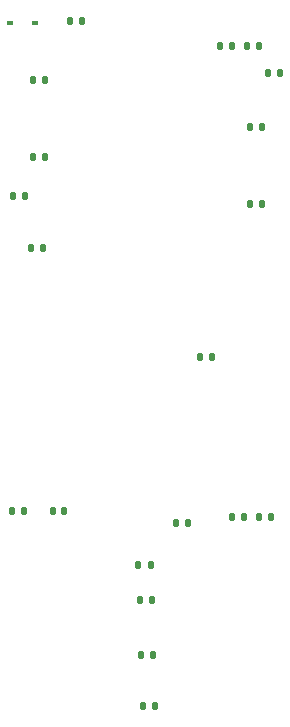
<source format=gbr>
%TF.GenerationSoftware,KiCad,Pcbnew,(6.0.10)*%
%TF.CreationDate,2023-01-06T11:40:19-08:00*%
%TF.ProjectId,16Bars,31364261-7273-42e6-9b69-6361645f7063,rev?*%
%TF.SameCoordinates,Original*%
%TF.FileFunction,Paste,Bot*%
%TF.FilePolarity,Positive*%
%FSLAX46Y46*%
G04 Gerber Fmt 4.6, Leading zero omitted, Abs format (unit mm)*
G04 Created by KiCad (PCBNEW (6.0.10)) date 2023-01-06 11:40:19*
%MOMM*%
%LPD*%
G01*
G04 APERTURE LIST*
G04 Aperture macros list*
%AMRoundRect*
0 Rectangle with rounded corners*
0 $1 Rounding radius*
0 $2 $3 $4 $5 $6 $7 $8 $9 X,Y pos of 4 corners*
0 Add a 4 corners polygon primitive as box body*
4,1,4,$2,$3,$4,$5,$6,$7,$8,$9,$2,$3,0*
0 Add four circle primitives for the rounded corners*
1,1,$1+$1,$2,$3*
1,1,$1+$1,$4,$5*
1,1,$1+$1,$6,$7*
1,1,$1+$1,$8,$9*
0 Add four rect primitives between the rounded corners*
20,1,$1+$1,$2,$3,$4,$5,0*
20,1,$1+$1,$4,$5,$6,$7,0*
20,1,$1+$1,$6,$7,$8,$9,0*
20,1,$1+$1,$8,$9,$2,$3,0*%
G04 Aperture macros list end*
%ADD10RoundRect,0.135000X0.135000X0.185000X-0.135000X0.185000X-0.135000X-0.185000X0.135000X-0.185000X0*%
%ADD11R,0.600000X0.450000*%
%ADD12RoundRect,0.135000X-0.135000X-0.185000X0.135000X-0.185000X0.135000X0.185000X-0.135000X0.185000X0*%
%ADD13RoundRect,0.140000X0.140000X0.170000X-0.140000X0.170000X-0.140000X-0.170000X0.140000X-0.170000X0*%
%ADD14RoundRect,0.140000X-0.140000X-0.170000X0.140000X-0.170000X0.140000X0.170000X-0.140000X0.170000X0*%
G04 APERTURE END LIST*
D10*
%TO.C,R17*%
X60200000Y-67310000D03*
X59180000Y-67310000D03*
%TD*%
%TO.C,R16*%
X81790000Y-56896000D03*
X80770000Y-56896000D03*
%TD*%
D11*
%TO.C,D1*%
X61050000Y-52650000D03*
X58950000Y-52650000D03*
%TD*%
D12*
%TO.C,R9*%
X74990000Y-81000000D03*
X76010000Y-81000000D03*
%TD*%
D13*
%TO.C,C3*%
X60080000Y-94000000D03*
X59120000Y-94000000D03*
%TD*%
D10*
%TO.C,R2*%
X71010000Y-106190000D03*
X69990000Y-106190000D03*
%TD*%
D13*
%TO.C,C4*%
X73960000Y-95000000D03*
X73000000Y-95000000D03*
%TD*%
D10*
%TO.C,R13*%
X61870000Y-64000000D03*
X60850000Y-64000000D03*
%TD*%
%TO.C,R6*%
X78742000Y-94500000D03*
X77722000Y-94500000D03*
%TD*%
%TO.C,R5*%
X65010000Y-52500000D03*
X63990000Y-52500000D03*
%TD*%
D12*
%TO.C,R15*%
X78992000Y-54610000D03*
X80012000Y-54610000D03*
%TD*%
D14*
%TO.C,C2*%
X62520000Y-94000000D03*
X63480000Y-94000000D03*
%TD*%
D10*
%TO.C,R12*%
X77726000Y-54610000D03*
X76706000Y-54610000D03*
%TD*%
D12*
%TO.C,R3*%
X69890000Y-101500000D03*
X70910000Y-101500000D03*
%TD*%
D10*
%TO.C,R11*%
X71220000Y-110500000D03*
X70200000Y-110500000D03*
%TD*%
%TO.C,R10*%
X80230000Y-68000000D03*
X79210000Y-68000000D03*
%TD*%
%TO.C,R7*%
X61870000Y-57500000D03*
X60850000Y-57500000D03*
%TD*%
%TO.C,R8*%
X80230000Y-61500000D03*
X79210000Y-61500000D03*
%TD*%
%TO.C,R1*%
X81028000Y-94500000D03*
X80008000Y-94500000D03*
%TD*%
%TO.C,R4*%
X70810000Y-98600000D03*
X69790000Y-98600000D03*
%TD*%
D12*
%TO.C,R14*%
X60704000Y-71770000D03*
X61724000Y-71770000D03*
%TD*%
M02*

</source>
